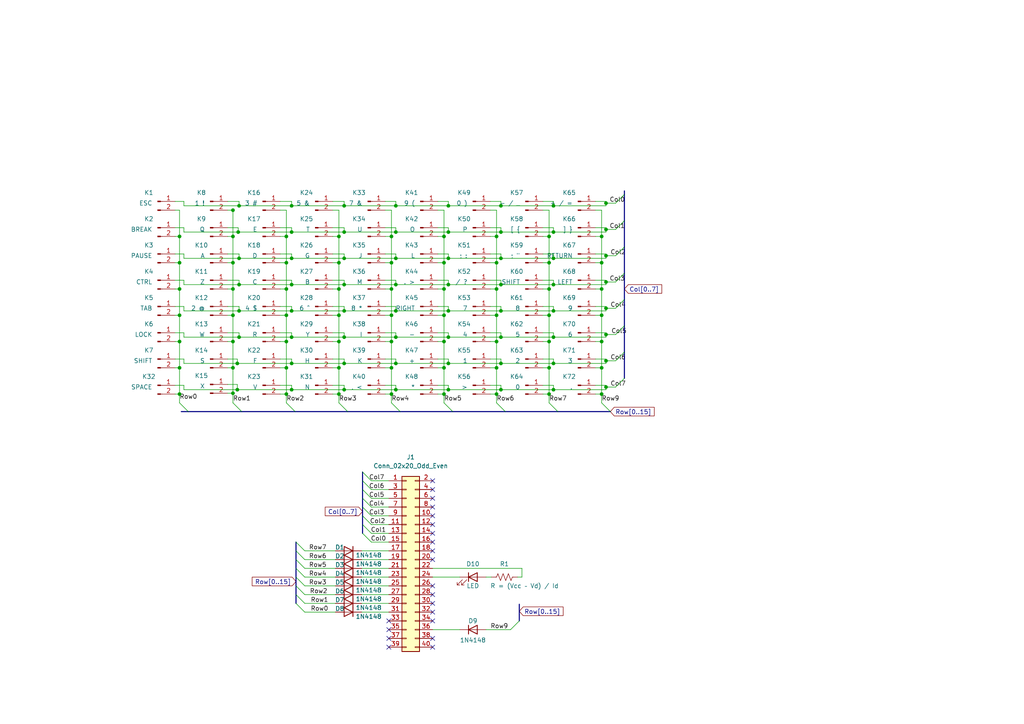
<source format=kicad_sch>
(kicad_sch (version 20230121) (generator eeschema)
  (paper "A4")
  (junction (at 174.498 106.68))
  (junction (at 144.018 91.44))
  (junction (at 175.768 104.648))
  (junction (at 175.768 58.928))
  (junction (at 113.538 114.3))
  (junction (at 67.564 91.44))
  (junction (at 130.048 90.17))
  (junction (at 144.018 68.58))
  (junction (at 160.528 97.79))
  (junction (at 145.288 59.69))
  (junction (at 68.834 113.03))
  (junction (at 84.582 74.93))
  (junction (at 128.778 83.82))
  (junction (at 69.088 67.31))
  (junction (at 113.538 76.2))
  (junction (at 113.538 68.58))
  (junction (at 160.528 67.31))
  (junction (at 130.048 67.31))
  (junction (at 114.808 67.31))
  (junction (at 175.768 66.548))
  (junction (at 67.564 99.06))
  (junction (at 98.298 99.06))
  (junction (at 144.018 83.82))
  (junction (at 159.258 106.68))
  (junction (at 114.808 59.69))
  (junction (at 174.498 76.2))
  (junction (at 98.298 83.82))
  (junction (at 84.582 113.03))
  (junction (at 98.298 76.2))
  (junction (at 114.808 97.79))
  (junction (at 160.528 82.55))
  (junction (at 175.768 81.788))
  (junction (at 98.298 68.58))
  (junction (at 130.048 74.93))
  (junction (at 145.288 74.93))
  (junction (at 52.07 68.58))
  (junction (at 69.342 97.79))
  (junction (at 174.498 91.44))
  (junction (at 174.498 99.06))
  (junction (at 145.288 67.31))
  (junction (at 98.298 91.44))
  (junction (at 159.258 114.3))
  (junction (at 84.582 97.79))
  (junction (at 69.342 74.93))
  (junction (at 159.258 91.44))
  (junction (at 99.822 97.79))
  (junction (at 145.288 105.41))
  (junction (at 67.564 76.2))
  (junction (at 99.822 67.31))
  (junction (at 113.538 91.44))
  (junction (at 159.258 99.06))
  (junction (at 84.582 105.41))
  (junction (at 52.07 106.68))
  (junction (at 145.288 97.79))
  (junction (at 99.822 90.17))
  (junction (at 83.058 76.2))
  (junction (at 159.258 83.82))
  (junction (at 84.582 82.55))
  (junction (at 130.048 82.55))
  (junction (at 144.018 106.68))
  (junction (at 67.564 60.96))
  (junction (at 128.778 91.44))
  (junction (at 99.822 82.55))
  (junction (at 68.834 105.41))
  (junction (at 175.768 74.168))
  (junction (at 113.538 99.06))
  (junction (at 114.808 113.03))
  (junction (at 160.528 59.69))
  (junction (at 145.288 82.55))
  (junction (at 83.058 83.82))
  (junction (at 130.048 59.69))
  (junction (at 145.288 113.03))
  (junction (at 83.058 68.58))
  (junction (at 130.048 105.41))
  (junction (at 67.564 83.82))
  (junction (at 175.768 97.028))
  (junction (at 160.528 113.03))
  (junction (at 144.018 114.3))
  (junction (at 114.808 105.41))
  (junction (at 159.258 76.2))
  (junction (at 52.07 83.82))
  (junction (at 114.808 74.93))
  (junction (at 160.528 90.17))
  (junction (at 128.778 106.68))
  (junction (at 69.342 90.17))
  (junction (at 99.822 105.41))
  (junction (at 160.528 74.93))
  (junction (at 114.808 82.55))
  (junction (at 98.298 114.3))
  (junction (at 144.018 99.06))
  (junction (at 175.768 112.268))
  (junction (at 174.498 114.3))
  (junction (at 69.342 82.55))
  (junction (at 83.058 91.44))
  (junction (at 52.07 99.06))
  (junction (at 130.048 97.79))
  (junction (at 98.298 106.68))
  (junction (at 84.582 67.31))
  (junction (at 83.058 99.06))
  (junction (at 67.564 114.046))
  (junction (at 99.822 113.03))
  (junction (at 99.822 74.93))
  (junction (at 128.778 114.3))
  (junction (at 84.582 90.17))
  (junction (at 52.07 91.44))
  (junction (at 113.538 83.82))
  (junction (at 145.288 90.17))
  (junction (at 52.07 76.2))
  (junction (at 174.498 68.58))
  (junction (at 83.058 114.3))
  (junction (at 174.498 83.82))
  (junction (at 128.778 76.2))
  (junction (at 69.342 59.69))
  (junction (at 84.582 59.69))
  (junction (at 52.07 114.3))
  (junction (at 128.778 99.06))
  (junction (at 99.822 59.69))
  (junction (at 83.058 106.68))
  (junction (at 160.528 105.41))
  (junction (at 67.564 68.58))
  (junction (at 113.538 106.68))
  (junction (at 144.018 76.2))
  (junction (at 159.258 68.58))
  (junction (at 128.778 68.58))
  (junction (at 130.048 113.03))
  (junction (at 175.768 89.408))
  (junction (at 67.564 106.68))
  (junction (at 114.808 90.17))
  (no_connect (at 125.476 157.226))
  (no_connect (at 125.476 152.146))
  (no_connect (at 125.476 139.446))
  (no_connect (at 125.476 177.546))
  (no_connect (at 125.476 144.526))
  (no_connect (at 125.476 187.706))
  (no_connect (at 125.476 154.686))
  (no_connect (at 112.776 180.086))
  (no_connect (at 125.476 169.926))
  (no_connect (at 125.476 185.166))
  (no_connect (at 125.476 180.086))
  (no_connect (at 125.476 162.306))
  (no_connect (at 125.476 175.006))
  (no_connect (at 112.776 185.166))
  (no_connect (at 125.476 141.986))
  (no_connect (at 125.476 149.606))
  (no_connect (at 125.476 159.766))
  (no_connect (at 125.476 147.066))
  (no_connect (at 112.776 187.706))
  (no_connect (at 125.476 172.466))
  (no_connect (at 112.776 182.626))
  (bus_entry (at 178.562 81.788) (size 2.54 -2.54))
  (bus_entry (at 105.156 136.906) (size 2.54 2.54))
  (bus_entry (at 83.058 116.84) (size 2.54 2.54))
  (bus_entry (at 85.852 175.006) (size 2.54 2.54))
  (bus_entry (at 85.852 162.306) (size 2.54 2.54))
  (bus_entry (at 85.852 172.466) (size 2.54 2.54))
  (bus_entry (at 178.562 104.648) (size 2.54 -2.54))
  (bus_entry (at 178.562 74.168) (size 2.54 -2.54))
  (bus_entry (at 113.538 116.84) (size 2.54 2.54))
  (bus_entry (at 85.852 167.386) (size 2.54 2.54))
  (bus_entry (at 105.156 139.446) (size 2.54 2.54))
  (bus_entry (at 67.564 116.84) (size 2.54 2.54))
  (bus_entry (at 159.258 116.84) (size 2.54 2.54))
  (bus_entry (at 174.498 116.84) (size 2.54 2.54))
  (bus_entry (at 105.156 154.686) (size 2.54 2.54))
  (bus_entry (at 105.156 152.146) (size 2.54 2.54))
  (bus_entry (at 178.562 89.408) (size 2.54 -2.54))
  (bus_entry (at 85.852 169.926) (size 2.54 2.54))
  (bus_entry (at 144.018 116.84) (size 2.54 2.54))
  (bus_entry (at 98.298 116.84) (size 2.54 2.54))
  (bus_entry (at 52.07 116.84) (size 2.54 2.54))
  (bus_entry (at 105.156 141.986) (size 2.54 2.54))
  (bus_entry (at 178.562 112.268) (size 2.54 -2.54))
  (bus_entry (at 85.852 157.226) (size 2.54 2.54))
  (bus_entry (at 85.852 159.766) (size 2.54 2.54))
  (bus_entry (at 178.562 66.548) (size 2.54 -2.54))
  (bus_entry (at 178.562 97.028) (size 2.54 -2.54))
  (bus_entry (at 128.778 116.84) (size 2.54 2.54))
  (bus_entry (at 105.156 147.066) (size 2.54 2.54))
  (bus_entry (at 150.622 180.086) (size -2.54 2.54))
  (bus_entry (at 105.156 149.606) (size 2.54 2.54))
  (bus_entry (at 178.562 58.928) (size 2.54 -2.54))
  (bus_entry (at 105.156 144.526) (size 2.54 2.54))
  (bus_entry (at 85.852 164.846) (size 2.54 2.54))
  (wire (pts (xy 113.538 114.3) (xy 113.538 116.84)))
  (wire (pts (xy 69.342 97.79) (xy 84.582 97.79)))
  (wire (pts (xy 99.822 97.79) (xy 99.822 96.52)))
  (wire (pts (xy 114.808 113.03) (xy 130.048 113.03)))
  (wire (pts (xy 114.808 104.14) (xy 111.76 104.14)))
  (wire (pts (xy 128.778 91.44) (xy 128.778 99.06)))
  (wire (pts (xy 145.288 59.69) (xy 145.288 58.42)))
  (wire (pts (xy 84.582 82.55) (xy 84.582 81.28)))
  (wire (pts (xy 84.582 58.42) (xy 81.28 58.42)))
  (wire (pts (xy 159.258 91.44) (xy 159.258 99.06)))
  (wire (pts (xy 160.528 73.66) (xy 157.48 73.66)))
  (bus (pts (xy 181.102 86.868) (xy 181.102 94.488)))
  (wire (pts (xy 98.298 91.44) (xy 98.298 99.06)))
  (wire (pts (xy 107.696 157.226) (xy 112.776 157.226)))
  (wire (pts (xy 114.808 90.17) (xy 130.048 90.17)))
  (wire (pts (xy 84.582 105.41) (xy 84.582 104.14)))
  (wire (pts (xy 53.34 82.55) (xy 69.342 82.55)))
  (wire (pts (xy 145.288 82.55) (xy 145.288 81.28)))
  (wire (pts (xy 107.696 149.606) (xy 112.776 149.606)))
  (wire (pts (xy 88.392 169.926) (xy 97.282 169.926)))
  (wire (pts (xy 83.058 76.2) (xy 83.058 83.82)))
  (wire (pts (xy 160.528 113.03) (xy 175.768 113.03)))
  (bus (pts (xy 181.102 79.248) (xy 181.102 86.868)))
  (wire (pts (xy 53.34 66.04) (xy 53.34 67.31)))
  (wire (pts (xy 83.058 106.68) (xy 81.28 106.68)))
  (wire (pts (xy 175.768 58.42) (xy 172.72 58.42)))
  (wire (pts (xy 125.476 164.846) (xy 151.384 164.846)))
  (wire (pts (xy 52.07 83.82) (xy 52.07 91.44)))
  (wire (pts (xy 128.778 83.82) (xy 128.778 91.44)))
  (wire (pts (xy 175.768 112.268) (xy 178.562 112.268)))
  (wire (pts (xy 130.048 97.79) (xy 130.048 96.52)))
  (wire (pts (xy 53.34 67.31) (xy 69.088 67.31)))
  (wire (pts (xy 99.822 111.76) (xy 96.52 111.76)))
  (wire (pts (xy 69.342 74.93) (xy 84.582 74.93)))
  (wire (pts (xy 84.582 67.31) (xy 84.582 66.04)))
  (wire (pts (xy 114.808 88.9) (xy 111.76 88.9)))
  (wire (pts (xy 113.538 106.68) (xy 113.538 114.3)))
  (wire (pts (xy 114.808 66.04) (xy 111.76 66.04)))
  (wire (pts (xy 160.528 67.31) (xy 160.528 66.04)))
  (wire (pts (xy 114.808 74.93) (xy 130.048 74.93)))
  (wire (pts (xy 50.8 58.42) (xy 53.34 58.42)))
  (wire (pts (xy 67.564 91.44) (xy 66.04 91.44)))
  (wire (pts (xy 50.8 73.66) (xy 53.34 73.66)))
  (wire (pts (xy 69.342 59.69) (xy 84.582 59.69)))
  (wire (pts (xy 159.258 60.96) (xy 159.258 68.58)))
  (wire (pts (xy 66.04 60.96) (xy 67.564 60.96)))
  (wire (pts (xy 50.8 88.9) (xy 53.34 88.9)))
  (wire (pts (xy 66.04 73.66) (xy 69.342 73.66)))
  (wire (pts (xy 99.822 74.93) (xy 114.808 74.93)))
  (wire (pts (xy 175.768 66.548) (xy 175.768 66.04)))
  (wire (pts (xy 130.048 73.66) (xy 127 73.66)))
  (wire (pts (xy 98.298 83.82) (xy 98.298 91.44)))
  (wire (pts (xy 68.834 105.41) (xy 68.834 104.14)))
  (wire (pts (xy 174.498 83.82) (xy 172.72 83.82)))
  (wire (pts (xy 127 60.96) (xy 128.778 60.96)))
  (wire (pts (xy 145.288 90.17) (xy 160.528 90.17)))
  (wire (pts (xy 130.048 67.31) (xy 130.048 66.04)))
  (wire (pts (xy 104.902 164.846) (xy 112.776 164.846)))
  (wire (pts (xy 113.538 83.82) (xy 113.538 91.44)))
  (wire (pts (xy 160.528 67.31) (xy 175.768 67.31)))
  (bus (pts (xy 70.104 119.38) (xy 85.598 119.38)))
  (wire (pts (xy 160.528 105.41) (xy 160.528 104.14)))
  (wire (pts (xy 67.564 106.68) (xy 67.564 114.046)))
  (wire (pts (xy 84.582 111.76) (xy 81.28 111.76)))
  (wire (pts (xy 130.048 74.93) (xy 130.048 73.66)))
  (wire (pts (xy 52.07 106.68) (xy 52.07 114.3)))
  (wire (pts (xy 144.018 76.2) (xy 144.018 83.82)))
  (wire (pts (xy 53.34 73.66) (xy 53.34 74.93)))
  (wire (pts (xy 125.476 167.386) (xy 133.35 167.386)))
  (wire (pts (xy 145.288 82.55) (xy 160.528 82.55)))
  (wire (pts (xy 130.048 81.28) (xy 127 81.28)))
  (wire (pts (xy 160.528 90.17) (xy 175.768 90.17)))
  (wire (pts (xy 157.48 60.96) (xy 159.258 60.96)))
  (bus (pts (xy 52.578 119.38) (xy 54.61 119.38)))
  (bus (pts (xy 181.102 94.488) (xy 181.102 102.108)))
  (wire (pts (xy 52.07 76.2) (xy 50.8 76.2)))
  (wire (pts (xy 83.058 68.58) (xy 83.058 76.2)))
  (wire (pts (xy 114.808 67.31) (xy 114.808 66.04)))
  (wire (pts (xy 151.384 164.846) (xy 151.384 167.386)))
  (bus (pts (xy 131.318 119.38) (xy 146.558 119.38)))
  (wire (pts (xy 53.34 90.17) (xy 69.342 90.17)))
  (wire (pts (xy 99.822 113.03) (xy 99.822 111.76)))
  (wire (pts (xy 84.582 67.31) (xy 99.822 67.31)))
  (wire (pts (xy 84.582 59.69) (xy 99.822 59.69)))
  (wire (pts (xy 175.768 112.268) (xy 175.768 111.76)))
  (wire (pts (xy 113.538 60.96) (xy 113.538 68.58)))
  (wire (pts (xy 98.298 99.06) (xy 96.52 99.06)))
  (wire (pts (xy 99.822 88.9) (xy 96.52 88.9)))
  (wire (pts (xy 50.8 104.14) (xy 53.34 104.14)))
  (wire (pts (xy 99.822 97.79) (xy 114.808 97.79)))
  (wire (pts (xy 83.058 68.58) (xy 81.28 68.58)))
  (wire (pts (xy 69.342 74.93) (xy 69.342 73.66)))
  (wire (pts (xy 145.288 96.52) (xy 142.24 96.52)))
  (wire (pts (xy 175.768 74.93) (xy 175.768 74.168)))
  (wire (pts (xy 114.808 111.76) (xy 111.76 111.76)))
  (wire (pts (xy 175.768 82.55) (xy 175.768 81.788)))
  (wire (pts (xy 144.018 106.68) (xy 142.24 106.68)))
  (wire (pts (xy 104.902 175.006) (xy 112.776 175.006)))
  (wire (pts (xy 130.048 105.41) (xy 145.288 105.41)))
  (wire (pts (xy 50.8 96.52) (xy 53.34 96.52)))
  (bus (pts (xy 100.838 119.38) (xy 116.078 119.38)))
  (wire (pts (xy 113.538 114.3) (xy 111.76 114.3)))
  (wire (pts (xy 52.07 68.58) (xy 52.07 76.2)))
  (wire (pts (xy 114.808 58.42) (xy 111.76 58.42)))
  (wire (pts (xy 107.696 144.526) (xy 112.776 144.526)))
  (wire (pts (xy 52.07 99.06) (xy 50.8 99.06)))
  (wire (pts (xy 83.058 91.44) (xy 81.28 91.44)))
  (wire (pts (xy 130.048 82.55) (xy 130.048 81.28)))
  (wire (pts (xy 175.768 74.168) (xy 178.562 74.168)))
  (bus (pts (xy 54.61 119.38) (xy 70.104 119.38)))
  (wire (pts (xy 159.258 99.06) (xy 157.48 99.06)))
  (wire (pts (xy 66.04 111.506) (xy 68.834 111.506)))
  (wire (pts (xy 98.298 60.96) (xy 98.298 68.58)))
  (wire (pts (xy 113.538 99.06) (xy 113.538 106.68)))
  (wire (pts (xy 175.768 104.648) (xy 175.768 104.14)))
  (wire (pts (xy 84.582 105.41) (xy 99.822 105.41)))
  (wire (pts (xy 88.392 177.546) (xy 97.282 177.546)))
  (wire (pts (xy 128.778 76.2) (xy 128.778 83.82)))
  (wire (pts (xy 130.048 104.14) (xy 127 104.14)))
  (bus (pts (xy 150.622 175.26) (xy 150.622 180.086)))
  (wire (pts (xy 114.808 74.93) (xy 114.808 73.66)))
  (wire (pts (xy 144.018 99.06) (xy 144.018 106.68)))
  (wire (pts (xy 145.288 81.28) (xy 142.24 81.28)))
  (wire (pts (xy 174.498 68.58) (xy 172.72 68.58)))
  (wire (pts (xy 175.768 81.788) (xy 175.768 81.28)))
  (wire (pts (xy 69.342 90.17) (xy 69.342 88.9)))
  (wire (pts (xy 160.528 88.9) (xy 157.48 88.9)))
  (wire (pts (xy 50.8 111.76) (xy 53.34 111.76)))
  (wire (pts (xy 113.538 76.2) (xy 113.538 83.82)))
  (wire (pts (xy 160.528 111.76) (xy 157.48 111.76)))
  (wire (pts (xy 84.582 104.14) (xy 81.28 104.14)))
  (wire (pts (xy 145.288 67.31) (xy 160.528 67.31)))
  (wire (pts (xy 69.088 67.31) (xy 84.582 67.31)))
  (wire (pts (xy 84.582 97.79) (xy 84.582 96.52)))
  (wire (pts (xy 67.564 91.44) (xy 67.564 99.06)))
  (wire (pts (xy 113.538 106.68) (xy 111.76 106.68)))
  (wire (pts (xy 145.288 59.69) (xy 160.528 59.69)))
  (wire (pts (xy 84.582 59.69) (xy 84.582 58.42)))
  (wire (pts (xy 114.808 96.52) (xy 111.76 96.52)))
  (wire (pts (xy 96.52 60.96) (xy 98.298 60.96)))
  (wire (pts (xy 66.04 96.52) (xy 69.342 96.52)))
  (wire (pts (xy 130.048 59.69) (xy 145.288 59.69)))
  (wire (pts (xy 88.392 164.846) (xy 97.282 164.846)))
  (wire (pts (xy 114.808 97.79) (xy 130.048 97.79)))
  (wire (pts (xy 175.768 97.79) (xy 175.768 97.028)))
  (wire (pts (xy 99.822 90.17) (xy 99.822 88.9)))
  (bus (pts (xy 85.598 119.38) (xy 100.838 119.38)))
  (wire (pts (xy 114.808 105.41) (xy 130.048 105.41)))
  (wire (pts (xy 66.04 66.04) (xy 69.088 66.04)))
  (wire (pts (xy 52.07 60.96) (xy 52.07 68.58)))
  (wire (pts (xy 104.902 169.926) (xy 112.776 169.926)))
  (bus (pts (xy 105.156 147.066) (xy 105.156 149.606)))
  (wire (pts (xy 111.76 60.96) (xy 113.538 60.96)))
  (wire (pts (xy 174.498 83.82) (xy 174.498 91.44)))
  (wire (pts (xy 67.564 60.96) (xy 67.818 60.96)))
  (bus (pts (xy 181.102 64.008) (xy 181.102 71.628)))
  (wire (pts (xy 160.528 113.03) (xy 160.528 111.76)))
  (bus (pts (xy 105.156 139.446) (xy 105.156 141.986)))
  (wire (pts (xy 83.058 106.68) (xy 83.058 114.3)))
  (wire (pts (xy 175.768 73.66) (xy 172.72 73.66)))
  (wire (pts (xy 144.018 114.3) (xy 142.24 114.3)))
  (wire (pts (xy 130.048 113.03) (xy 130.048 111.76)))
  (wire (pts (xy 67.564 83.82) (xy 67.564 91.44)))
  (wire (pts (xy 67.564 99.06) (xy 67.564 106.68)))
  (wire (pts (xy 99.822 66.04) (xy 96.52 66.04)))
  (wire (pts (xy 175.768 66.04) (xy 172.72 66.04)))
  (wire (pts (xy 160.528 90.17) (xy 160.528 88.9)))
  (wire (pts (xy 175.768 88.9) (xy 172.72 88.9)))
  (wire (pts (xy 66.04 58.42) (xy 69.342 58.42)))
  (wire (pts (xy 53.34 97.79) (xy 69.342 97.79)))
  (wire (pts (xy 66.04 104.14) (xy 68.834 104.14)))
  (wire (pts (xy 144.018 99.06) (xy 142.24 99.06)))
  (wire (pts (xy 130.048 82.55) (xy 145.288 82.55)))
  (wire (pts (xy 159.258 114.3) (xy 159.258 116.84)))
  (wire (pts (xy 175.768 90.17) (xy 175.768 89.408)))
  (wire (pts (xy 53.34 105.41) (xy 68.834 105.41)))
  (wire (pts (xy 130.048 59.69) (xy 130.048 58.42)))
  (wire (pts (xy 99.822 59.69) (xy 114.808 59.69)))
  (wire (pts (xy 160.528 97.79) (xy 160.528 96.52)))
  (wire (pts (xy 98.298 76.2) (xy 96.52 76.2)))
  (wire (pts (xy 159.258 114.3) (xy 157.48 114.3)))
  (wire (pts (xy 144.018 114.3) (xy 144.018 116.84)))
  (wire (pts (xy 128.778 99.06) (xy 128.778 106.68)))
  (wire (pts (xy 98.298 106.68) (xy 98.298 114.3)))
  (wire (pts (xy 174.498 68.58) (xy 174.498 76.2)))
  (wire (pts (xy 98.298 114.3) (xy 98.298 116.84)))
  (wire (pts (xy 67.564 99.06) (xy 66.04 99.06)))
  (wire (pts (xy 84.582 97.79) (xy 99.822 97.79)))
  (wire (pts (xy 128.778 68.58) (xy 127 68.58)))
  (wire (pts (xy 159.258 106.68) (xy 157.48 106.68)))
  (wire (pts (xy 114.808 97.79) (xy 114.808 96.52)))
  (wire (pts (xy 114.808 81.28) (xy 111.76 81.28)))
  (wire (pts (xy 128.778 60.96) (xy 128.778 68.58)))
  (wire (pts (xy 140.97 167.386) (xy 142.494 167.386)))
  (wire (pts (xy 88.392 172.466) (xy 97.282 172.466)))
  (wire (pts (xy 83.058 99.06) (xy 81.28 99.06)))
  (wire (pts (xy 113.538 68.58) (xy 111.76 68.58)))
  (wire (pts (xy 114.808 59.69) (xy 114.808 58.42)))
  (wire (pts (xy 99.822 105.41) (xy 114.808 105.41)))
  (wire (pts (xy 67.564 76.2) (xy 66.04 76.2)))
  (wire (pts (xy 145.288 113.03) (xy 160.528 113.03)))
  (wire (pts (xy 83.058 91.44) (xy 83.058 99.06)))
  (wire (pts (xy 159.258 99.06) (xy 159.258 106.68)))
  (wire (pts (xy 99.822 73.66) (xy 96.52 73.66)))
  (wire (pts (xy 145.288 113.03) (xy 145.288 111.76)))
  (wire (pts (xy 107.696 147.066) (xy 112.776 147.066)))
  (bus (pts (xy 181.102 71.628) (xy 181.102 79.248)))
  (wire (pts (xy 174.498 99.06) (xy 172.72 99.06)))
  (wire (pts (xy 128.778 68.58) (xy 128.778 76.2)))
  (wire (pts (xy 145.288 74.93) (xy 145.288 73.66)))
  (wire (pts (xy 145.288 97.79) (xy 160.528 97.79)))
  (wire (pts (xy 159.258 83.82) (xy 157.48 83.82)))
  (wire (pts (xy 128.778 76.2) (xy 127 76.2)))
  (wire (pts (xy 84.582 113.03) (xy 99.822 113.03)))
  (wire (pts (xy 151.384 167.386) (xy 150.114 167.386)))
  (wire (pts (xy 133.35 182.626) (xy 125.476 182.626)))
  (wire (pts (xy 160.528 74.93) (xy 160.528 73.66)))
  (bus (pts (xy 105.156 149.606) (xy 105.156 152.146)))
  (wire (pts (xy 142.24 60.96) (xy 144.018 60.96)))
  (wire (pts (xy 114.808 67.31) (xy 130.048 67.31)))
  (wire (pts (xy 130.048 111.76) (xy 127 111.76)))
  (wire (pts (xy 130.048 90.17) (xy 130.048 88.9)))
  (wire (pts (xy 98.298 68.58) (xy 96.52 68.58)))
  (wire (pts (xy 160.528 58.42) (xy 157.48 58.42)))
  (wire (pts (xy 175.768 81.28) (xy 172.72 81.28)))
  (wire (pts (xy 145.288 58.42) (xy 142.24 58.42)))
  (wire (pts (xy 175.768 58.928) (xy 175.768 58.42)))
  (wire (pts (xy 144.018 83.82) (xy 144.018 91.44)))
  (wire (pts (xy 53.34 104.14) (xy 53.34 105.41)))
  (wire (pts (xy 160.528 82.55) (xy 175.768 82.55)))
  (wire (pts (xy 99.822 82.55) (xy 99.822 81.28)))
  (wire (pts (xy 99.822 67.31) (xy 99.822 66.04)))
  (wire (pts (xy 67.564 106.68) (xy 66.04 106.68)))
  (wire (pts (xy 159.258 68.58) (xy 159.258 76.2)))
  (wire (pts (xy 130.048 96.52) (xy 127 96.52)))
  (wire (pts (xy 159.258 76.2) (xy 159.258 83.82)))
  (bus (pts (xy 85.852 169.926) (xy 85.852 172.466)))
  (wire (pts (xy 99.822 82.55) (xy 114.808 82.55)))
  (wire (pts (xy 130.048 66.04) (xy 127 66.04)))
  (wire (pts (xy 67.818 68.58) (xy 67.564 68.58)))
  (wire (pts (xy 52.07 76.2) (xy 52.07 83.82)))
  (bus (pts (xy 105.156 141.986) (xy 105.156 144.526)))
  (wire (pts (xy 175.768 89.408) (xy 175.768 88.9)))
  (wire (pts (xy 130.048 105.41) (xy 130.048 104.14)))
  (wire (pts (xy 113.538 76.2) (xy 111.76 76.2)))
  (wire (pts (xy 114.808 105.41) (xy 114.808 104.14)))
  (wire (pts (xy 81.28 60.96) (xy 83.058 60.96)))
  (wire (pts (xy 99.822 59.69) (xy 99.822 58.42)))
  (bus (pts (xy 181.102 102.108) (xy 181.102 109.728)))
  (wire (pts (xy 67.564 114.046) (xy 67.564 116.84)))
  (wire (pts (xy 104.902 162.306) (xy 112.776 162.306)))
  (wire (pts (xy 145.288 74.93) (xy 160.528 74.93)))
  (wire (pts (xy 175.768 59.69) (xy 175.768 58.928)))
  (wire (pts (xy 145.288 90.17) (xy 145.288 88.9)))
  (wire (pts (xy 107.696 154.686) (xy 112.776 154.686)))
  (wire (pts (xy 98.298 76.2) (xy 98.298 83.82)))
  (wire (pts (xy 99.822 105.41) (xy 99.822 104.14)))
  (wire (pts (xy 67.564 68.58) (xy 67.564 76.2)))
  (wire (pts (xy 144.018 83.82) (xy 142.24 83.82)))
  (wire (pts (xy 84.582 88.9) (xy 81.28 88.9)))
  (wire (pts (xy 159.258 68.58) (xy 157.48 68.58)))
  (wire (pts (xy 113.538 68.58) (xy 113.538 76.2)))
  (wire (pts (xy 69.342 82.55) (xy 69.342 81.28)))
  (bus (pts (xy 85.852 162.306) (xy 85.852 164.846)))
  (wire (pts (xy 84.582 81.28) (xy 81.28 81.28)))
  (wire (pts (xy 128.778 106.68) (xy 128.778 114.3)))
  (wire (pts (xy 53.34 88.9) (xy 53.34 90.17)))
  (wire (pts (xy 107.696 139.446) (xy 112.776 139.446)))
  (wire (pts (xy 69.342 97.79) (xy 69.342 96.52)))
  (wire (pts (xy 84.582 66.04) (xy 81.28 66.04)))
  (wire (pts (xy 84.582 73.66) (xy 81.28 73.66)))
  (wire (pts (xy 67.564 114.046) (xy 66.04 114.046)))
  (wire (pts (xy 130.048 67.31) (xy 145.288 67.31)))
  (wire (pts (xy 144.018 60.96) (xy 144.018 68.58)))
  (wire (pts (xy 84.582 90.17) (xy 99.822 90.17)))
  (wire (pts (xy 52.07 106.68) (xy 50.8 106.68)))
  (wire (pts (xy 159.258 106.68) (xy 159.258 114.3)))
  (wire (pts (xy 99.822 96.52) (xy 96.52 96.52)))
  (wire (pts (xy 99.822 90.17) (xy 114.808 90.17)))
  (wire (pts (xy 99.822 67.31) (xy 114.808 67.31)))
  (wire (pts (xy 107.696 141.986) (xy 112.776 141.986)))
  (wire (pts (xy 175.768 67.31) (xy 175.768 66.548)))
  (bus (pts (xy 146.558 119.38) (xy 161.798 119.38)))
  (wire (pts (xy 98.298 68.58) (xy 98.298 76.2)))
  (wire (pts (xy 98.298 91.44) (xy 96.52 91.44)))
  (wire (pts (xy 83.058 76.2) (xy 81.28 76.2)))
  (wire (pts (xy 160.528 104.14) (xy 157.48 104.14)))
  (wire (pts (xy 114.808 113.03) (xy 114.808 111.76)))
  (wire (pts (xy 114.808 73.66) (xy 111.76 73.66)))
  (wire (pts (xy 69.342 82.55) (xy 84.582 82.55)))
  (wire (pts (xy 128.778 99.06) (xy 127 99.06)))
  (wire (pts (xy 104.902 159.766) (xy 112.776 159.766)))
  (wire (pts (xy 67.564 68.58) (xy 66.04 68.58)))
  (wire (pts (xy 175.768 81.788) (xy 178.562 81.788)))
  (wire (pts (xy 99.822 104.14) (xy 96.52 104.14)))
  (wire (pts (xy 98.298 114.3) (xy 96.52 114.3)))
  (wire (pts (xy 130.048 88.9) (xy 127 88.9)))
  (wire (pts (xy 144.018 106.68) (xy 144.018 114.3)))
  (wire (pts (xy 53.34 113.03) (xy 68.834 113.03)))
  (wire (pts (xy 98.298 83.82) (xy 96.52 83.82)))
  (wire (pts (xy 160.528 66.04) (xy 157.48 66.04)))
  (wire (pts (xy 104.902 177.546) (xy 112.776 177.546)))
  (bus (pts (xy 105.156 136.906) (xy 105.156 139.446)))
  (wire (pts (xy 52.07 83.82) (xy 50.8 83.82)))
  (wire (pts (xy 68.834 113.03) (xy 68.834 111.506)))
  (wire (pts (xy 174.498 114.3) (xy 174.498 116.84)))
  (wire (pts (xy 67.818 76.2) (xy 67.564 76.2)))
  (wire (pts (xy 145.288 105.41) (xy 160.528 105.41)))
  (wire (pts (xy 68.834 105.41) (xy 84.582 105.41)))
  (wire (pts (xy 53.34 111.76) (xy 53.34 113.03)))
  (wire (pts (xy 160.528 59.69) (xy 175.768 59.69)))
  (wire (pts (xy 145.288 105.41) (xy 145.288 104.14)))
  (wire (pts (xy 52.07 114.3) (xy 52.07 116.84)))
  (wire (pts (xy 130.048 90.17) (xy 145.288 90.17)))
  (wire (pts (xy 52.07 114.3) (xy 50.8 114.3)))
  (wire (pts (xy 66.04 83.82) (xy 67.564 83.82)))
  (wire (pts (xy 67.564 76.2) (xy 67.564 83.82)))
  (wire (pts (xy 113.538 83.82) (xy 111.76 83.82)))
  (wire (pts (xy 114.808 82.55) (xy 130.048 82.55)))
  (wire (pts (xy 174.498 99.06) (xy 174.498 106.68)))
  (bus (pts (xy 105.156 152.146) (xy 105.156 154.686)))
  (wire (pts (xy 160.528 74.93) (xy 175.768 74.93)))
  (wire (pts (xy 128.778 114.3) (xy 127 114.3)))
  (wire (pts (xy 84.582 96.52) (xy 81.28 96.52)))
  (wire (pts (xy 144.018 68.58) (xy 144.018 76.2)))
  (wire (pts (xy 144.018 91.44) (xy 144.018 99.06)))
  (wire (pts (xy 99.822 74.93) (xy 99.822 73.66)))
  (wire (pts (xy 144.018 91.44) (xy 142.24 91.44)))
  (wire (pts (xy 128.778 106.68) (xy 127 106.68)))
  (bus (pts (xy 85.852 172.466) (xy 85.852 175.006)))
  (wire (pts (xy 159.258 83.82) (xy 159.258 91.44)))
  (bus (pts (xy 85.852 164.846) (xy 85.852 167.386)))
  (wire (pts (xy 130.048 97.79) (xy 145.288 97.79)))
  (wire (pts (xy 52.07 99.06) (xy 52.07 106.68)))
  (wire (pts (xy 67.564 60.96) (xy 67.564 68.58)))
  (wire (pts (xy 107.696 152.146) (xy 112.776 152.146)))
  (wire (pts (xy 50.8 81.28) (xy 53.34 81.28)))
  (wire (pts (xy 83.058 114.3) (xy 83.058 116.84)))
  (wire (pts (xy 145.288 73.66) (xy 142.24 73.66)))
  (wire (pts (xy 52.07 91.44) (xy 52.07 99.06)))
  (wire (pts (xy 113.538 99.06) (xy 111.76 99.06)))
  (wire (pts (xy 84.582 74.93) (xy 99.822 74.93)))
  (wire (pts (xy 159.258 76.2) (xy 157.48 76.2)))
  (wire (pts (xy 174.498 106.68) (xy 172.72 106.68)))
  (wire (pts (xy 84.582 82.55) (xy 99.822 82.55)))
  (wire (pts (xy 53.34 58.42) (xy 53.34 59.69)))
  (wire (pts (xy 83.058 60.96) (xy 83.058 68.58)))
  (wire (pts (xy 174.498 76.2) (xy 174.498 83.82)))
  (wire (pts (xy 174.498 60.96) (xy 174.498 68.58)))
  (wire (pts (xy 145.288 97.79) (xy 145.288 96.52)))
  (wire (pts (xy 148.082 182.626) (xy 140.97 182.626)))
  (wire (pts (xy 66.04 88.9) (xy 69.342 88.9)))
  (wire (pts (xy 114.808 59.69) (xy 130.048 59.69)))
  (wire (pts (xy 145.288 104.14) (xy 142.24 104.14)))
  (wire (pts (xy 160.528 96.52) (xy 157.48 96.52)))
  (wire (pts (xy 145.288 67.31) (xy 145.288 66.04)))
  (wire (pts (xy 83.058 114.3) (xy 81.28 114.3)))
  (wire (pts (xy 144.018 68.58) (xy 142.24 68.58)))
  (wire (pts (xy 84.582 90.17) (xy 84.582 88.9)))
  (wire (pts (xy 69.088 66.04) (xy 69.088 67.31)))
  (wire (pts (xy 172.72 60.96) (xy 174.498 60.96)))
  (wire (pts (xy 175.768 104.648) (xy 178.562 104.648)))
  (wire (pts (xy 175.768 113.03) (xy 175.768 112.268)))
  (wire (pts (xy 99.822 81.28) (xy 96.52 81.28)))
  (wire (pts (xy 175.768 66.548) (xy 178.562 66.548)))
  (wire (pts (xy 175.768 97.028) (xy 175.768 96.52)))
  (wire (pts (xy 175.768 58.928) (xy 178.562 58.928)))
  (wire (pts (xy 144.018 76.2) (xy 142.24 76.2)))
  (wire (pts (xy 160.528 105.41) (xy 175.768 105.41)))
  (wire (pts (xy 50.8 66.04) (xy 53.34 66.04)))
  (wire (pts (xy 130.048 74.93) (xy 145.288 74.93)))
  (wire (pts (xy 145.288 111.76) (xy 142.24 111.76)))
  (bus (pts (xy 85.852 167.386) (xy 85.852 169.926)))
  (wire (pts (xy 114.808 90.17) (xy 114.808 88.9)))
  (wire (pts (xy 174.498 114.3) (xy 172.72 114.3)))
  (wire (pts (xy 88.392 159.766) (xy 97.282 159.766)))
  (wire (pts (xy 68.834 113.03) (xy 84.582 113.03)))
  (wire (pts (xy 69.342 90.17) (xy 84.582 90.17)))
  (wire (pts (xy 160.528 97.79) (xy 175.768 97.79)))
  (wire (pts (xy 175.768 96.52) (xy 172.72 96.52)))
  (bus (pts (xy 181.102 55.372) (xy 181.102 56.388)))
  (wire (pts (xy 84.582 113.03) (xy 84.582 111.76)))
  (bus (pts (xy 85.852 157.226) (xy 85.852 159.766)))
  (wire (pts (xy 128.778 114.3) (xy 128.778 116.84)))
  (wire (pts (xy 113.538 91.44) (xy 111.76 91.44)))
  (wire (pts (xy 174.498 91.44) (xy 174.498 99.06)))
  (wire (pts (xy 83.058 83.82) (xy 81.28 83.82)))
  (wire (pts (xy 53.34 81.28) (xy 53.34 82.55)))
  (wire (pts (xy 145.288 66.04) (xy 142.24 66.04)))
  (bus (pts (xy 161.798 119.38) (xy 177.038 119.38)))
  (wire (pts (xy 175.768 111.76) (xy 172.72 111.76)))
  (wire (pts (xy 83.058 99.06) (xy 83.058 106.68)))
  (wire (pts (xy 88.392 175.006) (xy 97.282 175.006)))
  (bus (pts (xy 181.102 56.388) (xy 181.102 64.008)))
  (wire (pts (xy 160.528 82.55) (xy 160.528 81.28)))
  (wire (pts (xy 113.538 91.44) (xy 113.538 99.06)))
  (wire (pts (xy 104.902 167.386) (xy 112.776 167.386)))
  (wire (pts (xy 175.768 89.408) (xy 178.562 89.408)))
  (wire (pts (xy 88.392 167.386) (xy 97.282 167.386)))
  (bus (pts (xy 116.078 119.38) (xy 131.318 119.38)))
  (wire (pts (xy 175.768 97.028) (xy 178.562 97.028)))
  (wire (pts (xy 53.34 96.52) (xy 53.34 97.79)))
  (wire (pts (xy 160.528 81.28) (xy 157.48 81.28)))
  (wire (pts (xy 174.498 91.44) (xy 172.72 91.44)))
  (bus (pts (xy 85.852 159.766) (xy 85.852 162.306)))
  (wire (pts (xy 175.768 74.168) (xy 175.768 73.66)))
  (wire (pts (xy 52.07 68.58) (xy 50.8 68.58)))
  (wire (pts (xy 88.392 162.306) (xy 97.282 162.306)))
  (wire (pts (xy 145.288 88.9) (xy 142.24 88.9)))
  (wire (pts (xy 98.298 99.06) (xy 98.298 106.68)))
  (wire (pts (xy 130.048 113.03) (xy 145.288 113.03)))
  (wire (pts (xy 53.34 74.93) (xy 69.342 74.93)))
  (wire (pts (xy 52.07 91.44) (xy 50.8 91.44)))
  (wire (pts (xy 114.808 82.55) (xy 114.808 81.28)))
  (wire (pts (xy 83.058 83.82) (xy 83.058 91.44)))
  (wire (pts (xy 84.582 74.93) (xy 84.582 73.66)))
  (wire (pts (xy 174.498 76.2) (xy 172.72 76.2)))
  (bus (pts (xy 105.156 144.526) (xy 105.156 147.066)))
  (wire (pts (xy 99.822 58.42) (xy 96.52 58.42)))
  (wire (pts (xy 69.342 59.69) (xy 69.342 58.42)))
  (wire (pts (xy 128.778 83.82) (xy 127 83.82)))
  (wire (pts (xy 130.048 58.42) (xy 127 58.42)))
  (wire (pts (xy 160.528 59.69) (xy 160.528 58.42)))
  (wire (pts (xy 175.768 104.14) (xy 172.72 104.14)))
  (wire (pts (xy 98.298 106.68) (xy 96.52 106.68)))
  (wire (pts (xy 53.34 59.69) (xy 69.342 59.69)))
  (wire (pts (xy 99.822 113.03) (xy 114.808 113.03)))
  (wire (pts (xy 159.258 91.44) (xy 157.48 91.44)))
  (wire (pts (xy 50.8 60.96) (xy 52.07 60.96)))
  (wire (pts (xy 104.902 172.466) (xy 112.776 172.466)))
  (wire (pts (xy 128.778 91.44) (xy 127 91.44)))
  (wire (pts (xy 174.498 106.68) (xy 174.498 114.3)))
  (wire (pts (xy 175.768 105.41) (xy 175.768 104.648)))
  (wire (pts (xy 66.04 81.28) (xy 69.342 81.28)))
  (label "Row0" (at 52.07 116.078 0))
  (label "Col4" (at 111.506 147.066 180))
  (label "Col6" (at 111.506 141.986 180))
  (label "Col6" (at 177.038 104.648 0))
  (label "Row2" (at 83.058 116.586 0))
  (label "Row5" (at 128.778 116.586 0))
  (label "Col7" (at 111.506 139.446 180))
  (label "Col1" (at 112.014 154.686 180))
  (label "Row6" (at 144.018 116.586 0))
  (label "Row1" (at 95.25 175.006 180))
  (label "Col0" (at 112.014 157.226 180))
  (label "Col2" (at 111.76 152.146 180))
  (label "Row7" (at 159.258 116.586 0))
  (label "Col0" (at 176.784 58.928 0))
  (label "Row2" (at 94.996 172.466 180))
  (label "Row9" (at 142.24 182.626 0))
  (label "Col7" (at 177.038 112.268 0))
  (label "Row4" (at 94.742 167.386 180))
  (label "Col2" (at 177.038 74.168 0))
  (label "Col5" (at 177.292 97.028 0))
  (label "Row9" (at 174.498 116.586 0))
  (label "Row4" (at 113.538 116.586 0))
  (label "Row0" (at 95.25 177.546 180))
  (label "Row5" (at 94.742 164.846 180))
  (label "Row6" (at 94.742 162.306 180))
  (label "Row1" (at 67.564 116.586 0))
  (label "Col3" (at 176.784 81.788 0))
  (label "Col3" (at 111.506 149.606 180))
  (label "Col5" (at 111.506 144.526 180))
  (label "Row7" (at 94.742 159.766 180))
  (label "Col4" (at 177.038 89.408 0))
  (label "Row3" (at 94.742 169.926 180))
  (label "Row3" (at 98.298 116.586 0))
  (label "Col1" (at 176.784 66.548 0))
  (global_label "Row[0..15]" (shape input) (at 150.622 177.292 0) (property "Intersheetrefs" "${INTERSHEET_REFS}" (effects hide)))
  (global_label "Col[0..7]" (shape input) (at 105.156 148.336 180) (property "Intersheetrefs" "${INTERSHEET_REFS}" (effects hide)))
  (global_label "Row[0..15]" (shape input) (at 85.852 168.656 180) (property "Intersheetrefs" "${INTERSHEET_REFS}" (effects hide)))
  (global_label "Col[0..7]" (shape input) (at 181.102 83.82 0) (property "Intersheetrefs" "${INTERSHEET_REFS}" (effects hide)))
  (global_label "Row[0..15]" (shape input) (at 177.038 119.38 0) (property "Intersheetrefs" "${INTERSHEET_REFS}" (effects hide)))
  (symbol (lib_id "Connector:Conn_01x02_Pin") (at 106.68 88.9 0) (unit 1)
    (property "Reference" "K37" (at 104.14 86.36 0))
    (property "Value" "8 *" (at 105.156 89.408 0) (effects (justify right)))
    (property "Footprint" "Button_Switch_Keyboard:SW_Cherry_MX_1.00u_Plate" (effects hide))
  )
  (symbol (lib_id "Connector:Conn_01x02_Pin") (at 91.44 96.52 0) (unit 1)
    (property "Reference" "K29" (at 88.9 93.98 0))
    (property "Value" "Y" (at 89.916 97.028 0) (effects (justify right)))
    (property "Footprint" "Button_Switch_Keyboard:SW_Cherry_MX_1.00u_Plate" (effects hide))
  )
  (symbol (lib_id "Connector:Conn_01x02_Pin") (at 152.4 111.76 0) (unit 1)
    (property "Reference" "K64" (at 149.86 109.22 0))
    (property "Value" "0" (at 150.876 112.268 0) (effects (justify right)))
    (property "Footprint" "Button_Switch_Keyboard:SW_Cherry_MX_1.00u_Plate" (effects hide))
  )
  (symbol (lib_id "Connector:Conn_01x02_Pin") (at 76.2 88.9 0) (unit 1)
    (property "Reference" "K20" (at 73.66 86.36 0))
    (property "Value" "4 $" (at 74.676 89.408 0) (effects (justify right)))
    (property "Footprint" "Button_Switch_Keyboard:SW_Cherry_MX_1.00u_Plate" (effects hide))
  )
  (symbol (lib_id "Connector:Conn_01x02_Pin") (at 76.2 73.66 0) (unit 1)
    (property "Reference" "K18" (at 73.66 71.12 0))
    (property "Value" "D" (at 74.676 74.168 0) (effects (justify right)))
    (property "Footprint" "Button_Switch_Keyboard:SW_Cherry_MX_1.00u_Plate" (effects hide))
  )
  (symbol (lib_id "Connector:Conn_01x02_Pin") (at 76.2 96.52 0) (unit 1)
    (property "Reference" "K21" (at 73.66 93.98 0))
    (property "Value" "R" (at 74.676 97.028 0) (effects (justify right)))
    (property "Footprint" "Button_Switch_Keyboard:SW_Cherry_MX_1.00u_Plate" (effects hide))
  )
  (symbol (lib_id "Connector:Conn_01x02_Pin") (at 106.68 81.28 0) (unit 1)
    (property "Reference" "K36" (at 104.14 78.74 0))
    (property "Value" "M" (at 105.156 81.788 0) (effects (justify right)))
    (property "Footprint" "Button_Switch_Keyboard:SW_Cherry_MX_1.00u_Plate" (effects hide))
  )
  (symbol (lib_id "Connector:Conn_01x02_Pin") (at 167.64 88.9 0) (unit 1)
    (property "Reference" "K69" (at 165.1 86.36 0))
    (property "Value" "9" (at 166.116 89.408 0) (effects (justify right)))
    (property "Footprint" "Button_Switch_Keyboard:SW_Cherry_MX_1.00u_Plate" (effects hide))
  )
  (symbol (lib_id "Connector_Generic:Conn_02x20_Odd_Even") (at 117.856 162.306 0) (unit 1)
    (property "Reference" "J1" (at 119.126 132.588 0))
    (property "Value" "Conn_02x20_Odd_Even" (at 119.126 135.128 0))
    (property "Footprint" "Connector_PinHeader_2.54mm:PinHeader_2x20_P2.54mm_Vertical" (effects hide))
  )
  (symbol (lib_id "Connector:Conn_01x02_Pin") (at 45.72 104.14 0) (unit 1)
    (property "Reference" "K7" (at 43.18 101.6 0))
    (property "Value" "SHIFT" (at 44.196 104.648 0) (effects (justify right)))
    (property "Footprint" "Button_Switch_Keyboard:SW_Cherry_MX_2.25u_Plate" (effects hide))
  )
  (symbol (lib_id "Connector:Conn_01x02_Pin") (at 152.4 88.9 0) (unit 1)
    (property "Reference" "K61" (at 149.86 86.36 0))
    (property "Value" "8" (at 150.876 89.408 0) (effects (justify right)))
    (property "Footprint" "Button_Switch_Keyboard:SW_Cherry_MX_1.00u_Plate" (effects hide))
  )
  (symbol (lib_id "Connector:Conn_01x02_Pin") (at 121.92 73.66 0) (unit 1)
    (property "Reference" "K43" (at 119.38 71.12 0))
    (property "Value" "L" (at 120.396 74.168 0) (effects (justify right)))
    (property "Footprint" "Button_Switch_Keyboard:SW_Cherry_MX_1.00u_Plate" (effects hide))
  )
  (symbol (lib_id "Connector:Conn_01x02_Pin") (at 137.16 111.76 0) (unit 1)
    (property "Reference" "K56" (at 134.62 109.22 0))
    (property "Value" ">" (at 135.636 112.268 0) (effects (justify right)))
    (property "Footprint" "Button_Switch_Keyboard:SW_Cherry_MX_1.00u_Plate" (effects hide))
  )
  (symbol (lib_id "Connector:Conn_01x02_Pin") (at 91.44 88.9 0) (unit 1)
    (property "Reference" "K28" (at 88.9 86.36 0))
    (property "Value" "6 ^" (at 89.916 89.408 0) (effects (justify right)))
    (property "Footprint" "Button_Switch_Keyboard:SW_Cherry_MX_1.00u_Plate" (effects hide))
  )
  (symbol (lib_id "Connector:Conn_01x02_Pin") (at 152.4 104.14 0) (unit 1)
    (property "Reference" "K63" (at 149.86 101.6 0))
    (property "Value" "2" (at 150.876 104.648 0) (effects (justify right)))
    (property "Footprint" "Button_Switch_Keyboard:SW_Cherry_MX_1.00u_Plate" (effects hide))
  )
  (symbol (lib_id "Connector:Conn_01x02_Pin") (at 167.64 111.76 0) (unit 1)
    (property "Reference" "K72" (at 165.1 109.22 0))
    (property "Value" "." (at 166.116 112.268 0) (effects (justify right)))
    (property "Footprint" "Button_Switch_Keyboard:SW_Cherry_MX_1.00u_Plate" (effects hide))
  )
  (symbol (lib_id "Connector:Conn_01x02_Pin") (at 91.44 104.14 0) (unit 1)
    (property "Reference" "K30" (at 88.9 101.6 0))
    (property "Value" "H" (at 89.916 104.648 0) (effects (justify right)))
    (property "Footprint" "Button_Switch_Keyboard:SW_Cherry_MX_1.00u_Plate" (effects hide))
  )
  (symbol (lib_id "Connector:Conn_01x02_Pin") (at 91.44 73.66 0) (unit 1)
    (property "Reference" "K26" (at 88.9 71.12 0))
    (property "Value" "G" (at 89.916 74.168 0) (effects (justify right)))
    (property "Footprint" "Button_Switch_Keyboard:SW_Cherry_MX_1.00u_Plate" (effects hide))
  )
  (symbol (lib_id "Device:R_US") (at 146.304 167.386 90) (unit 1)
    (property "Reference" "R1" (at 146.304 163.576 90))
    (property "Value" "R = (Vcc – Vd) / Id" (at 152.146 169.926 90))
    (property "Footprint" "Resistor_THT:R_Axial_DIN0207_L6.3mm_D2.5mm_P7.62mm_Horizontal" (effects hide))
  )
  (symbol (lib_id "Connector:Conn_01x02_Pin") (at 45.72 73.66 0) (unit 1)
    (property "Reference" "K3" (at 43.18 71.12 0))
    (property "Value" "PAUSE" (at 44.196 74.168 0) (effects (justify right)))
    (property "Footprint" "Button_Switch_Keyboard:SW_Cherry_MX_1.00u_Plate" (effects hide))
  )
  (symbol (lib_id "Diode:1N4148") (at 101.092 175.006 180) (unit 1)
    (property "Reference" "D7" (at 98.552 173.99 0))
    (property "Value" "1N4148" (at 106.934 176.276 0))
    (property "Footprint" "Diode_THT:D_DO-35_SOD27_P7.62mm_Horizontal" (effects hide))
    (property "Datasheet" "https://assets.nexperia.com/documents/data-sheet/1N4148_1N4448.pdf" (effects hide))
  )
  (symbol (lib_id "Connector:Conn_01x02_Pin") (at 121.92 88.9 0) (unit 1)
    (property "Reference" "K45" (at 119.38 86.36 0))
    (property "Value" "RIGHT" (at 120.396 89.408 0) (effects (justify right)))
    (property "Footprint" "Button_Switch_Keyboard:SW_Cherry_MX_1.00u_Plate" (effects hide))
  )
  (symbol (lib_id "Connector:Conn_01x02_Pin") (at 45.72 111.76 0) (unit 1)
    (property "Reference" "K32" (at 43.18 109.22 0))
    (property "Value" "SPACE" (at 44.196 112.268 0) (effects (justify right)))
    (property "Footprint" "Button_Switch_Keyboard:SW_Cherry_MX_6.25u_PCB" (effects hide))
  )
  (symbol (lib_id "Connector:Conn_01x02_Pin") (at 45.72 66.04 0) (unit 1)
    (property "Reference" "K2" (at 43.18 63.5 0))
    (property "Value" "BREAK" (at 44.196 66.548 0) (effects (justify right)))
    (property "Footprint" "Button_Switch_Keyboard:SW_Cherry_MX_1.00u_Plate" (effects hide))
  )
  (symbol (lib_id "Connector:Conn_01x02_Pin") (at 76.2 58.42 0) (unit 1)
    (property "Reference" "K16" (at 73.66 55.88 0))
    (property "Value" "3 #" (at 74.676 58.928 0) (effects (justify right)))
    (property "Footprint" "Button_Switch_Keyboard:SW_Cherry_MX_1.00u_Plate" (effects hide))
  )
  (symbol (lib_id "Connector:Conn_01x02_Pin") (at 167.64 104.14 0) (unit 1)
    (property "Reference" "K71" (at 165.1 101.6 0))
    (property "Value" "3" (at 166.116 104.648 0) (effects (justify right)))
    (property "Footprint" "Button_Switch_Keyboard:SW_Cherry_MX_1.00u_Plate" (effects hide))
  )
  (symbol (lib_id "Connector:Conn_01x02_Pin") (at 137.16 88.9 0) (unit 1)
    (property "Reference" "K53" (at 134.62 86.36 0))
    (property "Value" "7" (at 135.636 89.408 0) (effects (justify right)))
    (property "Footprint" "Button_Switch_Keyboard:SW_Cherry_MX_1.00u_Plate" (effects hide))
  )
  (symbol (lib_id "Connector:Conn_01x02_Pin") (at 106.68 111.76 0) (unit 1)
    (property "Reference" "K40" (at 104.14 109.22 0))
    (property "Value" ", <" (at 105.156 112.268 0) (effects (justify right)))
    (property "Footprint" "Button_Switch_Keyboard:SW_Cherry_MX_1.00u_Plate" (effects hide))
  )
  (symbol (lib_id "Connector:Conn_01x02_Pin") (at 167.64 81.28 0) (unit 1)
    (property "Reference" "K68" (at 165.1 78.74 0))
    (property "Value" "LEFT" (at 166.116 81.788 0) (effects (justify right)))
    (property "Footprint" "Button_Switch_Keyboard:SW_Cherry_MX_1.25u_Plate" (effects hide))
  )
  (symbol (lib_id "Connector:Conn_01x02_Pin") (at 106.68 66.04 0) (unit 1)
    (property "Reference" "K34" (at 104.14 63.5 0))
    (property "Value" "U" (at 105.156 66.548 0) (effects (justify right)))
    (property "Footprint" "Button_Switch_Keyboard:SW_Cherry_MX_1.00u_Plate" (effects hide))
  )
  (symbol (lib_id "Connector:Conn_01x02_Pin") (at 76.2 111.76 0) (unit 1)
    (property "Reference" "K23" (at 73.66 109.22 0))
    (property "Value" "V" (at 74.676 112.268 0) (effects (justify right)))
    (property "Footprint" "Button_Switch_Keyboard:SW_Cherry_MX_1.00u_Plate" (effects hide))
  )
  (symbol (lib_id "Connector:Conn_01x02_Pin") (at 167.64 58.42 0) (unit 1)
    (property "Reference" "K65" (at 165.1 55.88 0))
    (property "Value" "+ / =" (at 166.116 58.928 0) (effects (justify right)))
    (property "Footprint" "Button_Switch_Keyboard:SW_Cherry_MX_1.00u_Plate" (effects hide))
  )
  (symbol (lib_id "Connector:Conn_01x02_Pin") (at 60.96 111.506 0) (unit 1)
    (property "Reference" "K15" (at 58.42 108.966 0))
    (property "Value" "X" (at 59.436 112.014 0) (effects (justify right)))
    (property "Footprint" "Button_Switch_Keyboard:SW_Cherry_MX_1.00u_Plate" (effects hide))
  )
  (symbol (lib_id "Connector:Conn_01x02_Pin") (at 121.92 58.42 0) (unit 1)
    (property "Reference" "K41" (at 119.38 55.88 0))
    (property "Value" "9 (" (at 120.396 58.928 0) (effects (justify right)))
    (property "Footprint" "Button_Switch_Keyboard:SW_Cherry_MX_1.00u_Plate" (effects hide))
  )
  (symbol (lib_id "Connector:Conn_01x02_Pin") (at 152.4 81.28 0) (unit 1)
    (property "Reference" "K60" (at 149.86 78.74 0))
    (property "Value" "SHIFT" (at 150.876 81.788 0) (effects (justify right)))
    (property "Footprint" "Button_Switch_Keyboard:SW_Cherry_MX_2.00u_Plate" (effects hide))
  )
  (symbol (lib_id "Connector:Conn_01x02_Pin") (at 45.72 88.9 0) (unit 1)
    (property "Reference" "K5" (at 43.18 86.36 0))
    (property "Value" "TAB" (at 44.196 89.408 0) (effects (justify right)))
    (property "Footprint" "Button_Switch_Keyboard:SW_Cherry_MX_1.50u_Plate" (effects hide))
  )
  (symbol (lib_id "Diode:1N4148") (at 101.092 167.386 180) (unit 1)
    (property "Reference" "D4" (at 98.552 166.37 0))
    (property "Value" "1N4148" (at 106.934 168.656 0))
    (property "Footprint" "Diode_THT:D_DO-35_SOD27_P7.62mm_Horizontal" (effects hide))
    (property "Datasheet" "https://assets.nexperia.com/documents/data-sheet/1N4148_1N4448.pdf" (effects hide))
  )
  (symbol (lib_id "Connector:Conn_01x02_Pin") (at 121.92 66.04 0) (unit 1)
    (property "Reference" "K42" (at 119.38 63.5 0))
    (property "Value" "O" (at 120.396 66.548 0) (effects (justify right)))
    (property "Footprint" "Button_Switch_Keyboard:SW_Cherry_MX_1.00u_Plate" (effects hide))
  )
  (symbol (lib_id "Connector:Conn_01x02_Pin") (at 106.68 96.52 0) (unit 1)
    (property "Reference" "K38" (at 104.14 93.98 0))
    (property "Value" "I" (at 105.156 97.028 0) (effects (justify right)))
    (property "Footprint" "Button_Switch_Keyboard:SW_Cherry_MX_1.00u_Plate" (effects hide))
  )
  (symbol (lib_id "Connector:Conn_01x02_Pin") (at 106.68 58.42 0) (unit 1)
    (property "Reference" "K33" (at 104.14 55.88 0))
    (property "Value" "7 &" (at 105.156 58.928 0) (effects (justify right)))
    (property "Footprint" "Button_Switch_Keyboard:SW_Cherry_MX_1.00u_Plate" (effects hide))
  )
  (symbol (lib_id "Connector:Conn_01x02_Pin") (at 91.44 66.04 0) (unit 1)
    (property "Reference" "K25" (at 88.9 63.5 0))
    (property "Value" "T" (at 89.916 66.548 0) (effects (justify right)))
    (property "Footprint" "Button_Switch_Keyboard:SW_Cherry_MX_1.00u_Plate" (effects hide))
  )
  (symbol (lib_id "Connector:Conn_01x02_Pin") (at 60.96 73.66 0) (unit 1)
    (property "Reference" "K10" (at 58.42 71.12 0))
    (property "Value" "A" (at 59.436 74.168 0) (effects (justify right)))
    (property "Footprint" "Button_Switch_Keyboard:SW_Cherry_MX_1.00u_Plate" (effects hide))
  )
  (symbol (lib_id "Connector:Conn_01x02_Pin") (at 121.92 111.76 0) (unit 1)
    (property "Reference" "K48" (at 119.38 109.22 0))
    (property "Value" "*" (at 120.396 112.268 0) (effects (justify right)))
    (property "Footprint" "Button_Switch_Keyboard:SW_Cherry_MX_1.00u_Plate" (effects hide))
  )
  (symbol (lib_id "Connector:Conn_01x02_Pin") (at 167.64 73.66 0) (unit 1)
    (property "Reference" "K67" (at 165.1 71.12 0))
    (property "Value" "RETURN" (at 166.116 74.168 0) (effects (justify right)))
    (property "Footprint" "Button_Switch_Keyboard:SW_Cherry_MX_1.50u_Plate" (effects hide))
  )
  (symbol (lib_id "Connector:Conn_01x02_Pin") (at 137.16 73.66 0) (unit 1)
    (property "Reference" "K51" (at 134.62 71.12 0))
    (property "Value" "; :" (at 135.636 74.168 0) (effects (justify right)))
    (property "Footprint" "Button_Switch_Keyboard:SW_Cherry_MX_1.00u_Plate" (effects hide))
  )
  (symbol (lib_id "Connector:Conn_01x02_Pin") (at 45.72 58.42 0) (unit 1)
    (property "Reference" "K1" (at 43.18 55.88 0))
    (property "Value" "ESC" (at 44.196 58.928 0) (effects (justify right)))
    (property "Footprint" "Button_Switch_Keyboard:SW_Cherry_MX_1.00u_Plate" (effects hide))
  )
  (symbol (lib_id "Connector:Conn_01x02_Pin") (at 76.2 81.28 0) (unit 1)
    (property "Reference" "K19" (at 73.66 78.74 0))
    (property "Value" "C" (at 74.676 81.788 0) (effects (justify right)))
    (property "Footprint" "Button_Switch_Keyboard:SW_Cherry_MX_1.00u_Plate" (effects hide))
  )
  (symbol (lib_id "Connector:Conn_01x02_Pin") (at 167.64 96.52 0) (unit 1)
    (property "Reference" "K70" (at 165.1 93.98 0))
    (property "Value" "6" (at 166.116 97.028 0) (effects (justify right)))
    (property "Footprint" "Button_Switch_Keyboard:SW_Cherry_MX_1.00u_Plate" (effects hide))
  )
  (symbol (lib_id "Diode:1N4148") (at 101.092 162.306 180) (unit 1)
    (property "Reference" "D2" (at 98.552 161.29 0))
    (property "Value" "1N4148" (at 106.934 163.576 0))
    (property "Footprint" "Diode_THT:D_DO-35_SOD27_P7.62mm_Horizontal" (effects hide))
    (property "Datasheet" "https://assets.nexperia.com/documents/data-sheet/1N4148_1N4448.pdf" (effects hide))
  )
  (symbol (lib_id "Connector:Conn_01x02_Pin") (at 152.4 66.04 0) (unit 1)
    (property "Reference" "K58" (at 149.86 63.5 0))
    (property "Value" "[ {" (at 150.876 66.548 0) (effects (justify right)))
    (property "Footprint" "Button_Switch_Keyboard:SW_Cherry_MX_1.00u_Plate" (effects hide))
  )
  (symbol (lib_id "Connector:Conn_01x02_Pin") (at 76.2 104.14 0) (unit 1)
    (property "Reference" "K22" (at 73.66 101.6 0))
    (property "Value" "F" (at 74.676 104.648 0) (effects (justify right)))
    (property "Footprint" "Button_Switch_Keyboard:SW_Cherry_MX_1.00u_Plate" (effects hide))
  )
  (symbol (lib_id "Diode:1N4148") (at 101.092 169.926 180) (unit 1)
    (property "Reference" "D5" (at 98.552 168.91 0))
    (property "Value" "1N4148" (at 106.934 171.196 0))
    (property "Footprint" "Diode_THT:D_DO-35_SOD27_P7.62mm_Horizontal" (effects hide))
    (property "Datasheet" "https://assets.nexperia.com/documents/data-sheet/1N4148_1N4448.pdf" (effects hide))
  )
  (symbol (lib_id "Connector:Conn_01x02_Pin") (at 60.96 96.52 0) (unit 1)
    (property "Reference" "K13" (at 58.42 93.98 0))
    (property "Value" "W" (at 59.436 97.028 0) (effects (justify right)))
    (property "Footprint" "Button_Switch_Keyboard:SW_Cherry_MX_1.00u_Plate" (effects hide))
  )
  (symbol (lib_id "Diode:1N4148") (at 137.16 182.626 0) (mirror x) (unit 1)
    (property "Reference" "D9" (at 137.16 180.086 0))
    (property "Value" "1N4148" (at 137.16 185.674 0))
    (property "Footprint" "Diode_THT:D_DO-35_SOD27_P7.62mm_Horizontal" (effects hide))
    (property "Datasheet" "https://assets.nexperia.com/documents/data-sheet/1N4148_1N4448.pdf" (effects hide))
  )
  (symbol (lib_id "Connector:Conn_01x02_Pin") (at 152.4 96.52 0) (unit 1)
    (property "Reference" "K62" (at 149.86 93.98 0))
    (property "Value" "5" (at 150.876 97.028 0) (effects (justify right)))
    (property "Footprint" "Button_Switch_Keyboard:SW_Cherry_MX_1.00u_Plate" (effects hide))
  )
  (symbol (lib_id "Connector:Conn_01x02_Pin") (at 106.68 104.14 0) (unit 1)
    (property "Reference" "K39" (at 104.14 101.6 0))
    (property "Value" "K" (at 105.156 104.648 0) (effects (justify right)))
    (property "Footprint" "Button_Switch_Keyboard:SW_Cherry_MX_1.00u_Plate" (effects hide))
  )
  (symbol (lib_id "Connector:Conn_01x02_Pin") (at 137.16 66.04 0) (unit 1)
    (property "Reference" "K50" (at 134.62 63.5 0))
    (property "Value" "P" (at 135.636 66.548 0) (effects (justify right)))
    (property "Footprint" "Button_Switch_Keyboard:SW_Cherry_MX_1.00u_Plate" (effects hide))
  )
  (symbol (lib_id "Connector:Conn_01x02_Pin") (at 91.44 111.76 0) (unit 1)
    (property "Reference" "K31" (at 88.9 109.22 0))
    (property "Value" "N" (at 89.916 112.268 0) (effects (justify right)))
    (property "Footprint" "Button_Switch_Keyboard:SW_Cherry_MX_1.00u_Plate" (effects hide))
  )
  (symbol (lib_id "Connector:Conn_01x02_Pin") (at 91.44 81.28 0) (unit 1)
    (property "Reference" "K27" (at 88.9 78.74 0))
    (property "Value" "B" (at 89.916 81.788 0) (effects (justify right)))
    (property "Footprint" "Button_Switch_Keyboard:SW_Cherry_MX_1.00u_Plate" (effects hide))
  )
  (symbol (lib_id "Connector:Conn_01x02_Pin") (at 60.96 104.14 0) (unit 1)
    (property "Reference" "K14" (at 58.42 101.6 0))
    (property "Value" "S" (at 59.436 104.648 0) (effects (justify right)))
    (property "Footprint" "Button_Switch_Keyboard:SW_Cherry_MX_1.00u_Plate" (effects hide))
  )
  (symbol (lib_id "Device:LED") (at 137.16 167.386 0) (unit 1)
    (property "Reference" "D10" (at 137.16 163.576 0))
    (property "Value" "LED" (at 137.16 169.926 0))
    (property "Footprint" "LED_THT:LED_D3.0mm" (effects hide))
  )
  (symbol (lib_id "Connector:Conn_01x02_Pin") (at 60.96 66.04 0) (unit 1)
    (property "Reference" "K9" (at 58.42 63.5 0))
    (property "Value" "Q" (at 59.436 66.548 0) (effects (justify right)))
    (property "Footprint" "Button_Switch_Keyboard:SW_Cherry_MX_1.00u_Plate" (effects hide))
  )
  (symbol (lib_id "Connector:Conn_01x02_Pin") (at 91.44 58.42 0) (unit 1)
    (property "Reference" "K24" (at 88.9 55.88 0))
    (property "Value" "5 &" (at 89.916 58.928 0) (effects (justify right)))
    (property "Footprint" "Button_Switch_Keyboard:SW_Cherry_MX_1.00u_Plate" (effects hide))
  )
  (symbol (lib_id "Diode:1N4148") (at 101.092 164.846 180) (unit 1)
    (property "Reference" "D3" (at 98.552 163.83 0))
    (property "Value" "1N4148" (at 106.934 166.116 0))
    (property "Footprint" "Diode_THT:D_DO-35_SOD27_P7.62mm_Horizontal" (effects hide))
    (property "Datasheet" "https://assets.nexperia.com/documents/data-sheet/1N4148_1N4448.pdf" (effects hide))
  )
  (symbol (lib_id "Connector:Conn_01x02_Pin") (at 152.4 73.66 0) (unit 1)
    (property "Reference" "K59" (at 149.86 71.12 0))
    (property "Value" "; \"" (at 150.876 74.168 0) (effects (justify right)))
    (property "Footprint" "Button_Switch_Keyboard:SW_Cherry_MX_1.00u_Plate" (effects hide))
  )
  (symbol (lib_id "Diode:1N4148") (at 101.092 177.546 180) (unit 1)
    (property "Reference" "D8" (at 98.552 176.53 0))
    (property "Value" "1N4148" (at 106.934 178.816 0))
    (property "Footprint" "Diode_THT:D_DO-35_SOD27_P7.62mm_Horizontal" (effects hide))
    (property "Datasheet" "https://assets.nexperia.com/documents/data-sheet/1N4148_1N4448.pdf" (effects hide))
  )
  (symbol (lib_id "Connector:Conn_01x02_Pin") (at 121.92 81.28 0) (unit 1)
    (property "Reference" "K44" (at 119.38 78.74 0))
    (property "Value" ". >" (at 120.396 81.788 0) (effects (justify right)))
    (property "Footprint" "Button_Switch_Keyboard:SW_Cherry_MX_1.00u_Plate" (effects hide))
  )
  (symbol (lib_id "Connector:Conn_01x02_Pin") (at 106.68 73.66 0) (unit 1)
    (property "Reference" "K35" (at 104.14 71.12 0))
    (property "Value" "J" (at 105.156 74.168 0) (effects (justify right)))
    (property "Footprint" "Button_Switch_Keyboard:SW_Cherry_MX_1.00u_Plate" (effects hide))
  )
  (symbol (lib_id "Connector:Conn_01x02_Pin") (at 60.96 88.9 0) (unit 1)
    (property "Reference" "K12" (at 58.42 86.36 0))
    (property "Value" "2 @" (at 59.436 89.408 0) (effects (justify right)))
    (property "Footprint" "Button_Switch_Keyboard:SW_Cherry_MX_1.00u_Plate" (effects hide))
  )
  (symbol (lib_id "Connector:Conn_01x02_Pin") (at 167.64 66.04 0) (unit 1)
    (property "Reference" "K66" (at 165.1 63.5 0))
    (property "Value" "] }" (at 166.116 66.548 0) (effects (justify right)))
    (property "Footprint" "Button_Switch_Keyboard:SW_Cherry_MX_1.00u_Plate" (effects hide))
  )
  (symbol (lib_id "Connector:Conn_01x02_Pin") (at 137.16 104.14 0) (unit 1)
    (property "Reference" "K55" (at 134.62 101.6 0))
    (property "Value" "1" (at 135.636 104.648 0) (effects (justify right)))
    (property "Footprint" "Button_Switch_Keyboard:SW_Cherry_MX_1.00u_Plate" (effects hide))
  )
  (symbol (lib_id "Connector:Conn_01x02_Pin") (at 60.96 58.42 0) (unit 1)
    (property "Reference" "K8" (at 58.42 55.88 0))
    (property "Value" "1 !" (at 59.436 58.928 0) (effects (justify right)))
    (property "Footprint" "Button_Switch_Keyboard:SW_Cherry_MX_1.00u_Plate" (effects hide))
  )
  (symbol (lib_id "Connector:Conn_01x02_Pin") (at 137.16 58.42 0) (unit 1)
    (property "Reference" "K49" (at 134.62 55.88 0))
    (property "Value" "0 )" (at 135.636 58.928 0) (effects (justify right)))
    (property "Footprint" "Button_Switch_Keyboard:SW_Cherry_MX_1.00u_Plate" (effects hide))
  )
  (symbol (lib_id "Diode:1N4148") (at 101.092 159.766 180) (unit 1)
    (property "Reference" "D1" (at 98.552 158.75 0))
    (property "Value" "1N4148" (at 106.934 161.036 0))
    (property "Footprint" "Diode_THT:D_DO-35_SOD27_P7.62mm_Horizontal" (effects hide))
    (property "Datasheet" "https://assets.nexperia.com/documents/data-sheet/1N4148_1N4448.pdf" (effects hide))
  )
  (symbol (lib_id "Connector:Conn_01x02_Pin") (at 45.72 81.28 0) (unit 1)
    (property "Reference" "K4" (at 43.18 78.74 0))
    (property "Value" "CTRL" (at 44.196 81.788 0) (effects (justify right)))
    (property "Footprint" "Button_Switch_Keyboard:SW_Cherry_MX_1.00u_Plate" (effects hide))
  )
  (symbol (lib_id "Connector:Conn_01x02_Pin") (at 76.2 66.04 0) (unit 1)
    (property "Reference" "K17" (at 73.66 63.5 0))
    (property "Value" "E" (at 74.676 66.548 0) (effects (justify right)))
    (property "Footprint" "Button_Switch_Keyboard:SW_Cherry_MX_1.00u_Plate" (effects hide))
  )
  (symbol (lib_id "Connector:Conn_01x02_Pin") (at 121.92 96.52 0) (unit 1)
    (property "Reference" "K46" (at 119.38 93.98 0))
    (property "Value" "-" (at 120.396 97.028 0) (effects (justify right)))
    (property "Footprint" "Button_Switch_Keyboard:SW_Cherry_MX_1.00u_Plate" (effects hide))
  )
  (symbol (lib_id "Connector:Conn_01x02_Pin") (at 60.96 81.28 0) (unit 1)
    (property "Reference" "K11" (at 58.42 78.74 0))
    (property "Value" "Z" (at 59.436 81.788 0) (effects (justify right)))
    (property "Footprint" "Button_Switch_Keyboard:SW_Cherry_MX_1.00u_Plate" (effects hide))
  )
  (symbol (lib_id "Connector:Conn_01x02_Pin") (at 152.4 58.42 0) (unit 1)
    (property "Reference" "K57" (at 149.86 55.88 0))
    (property "Value" "- / _" (at 150.876 58.928 0) (effects (justify right)))
    (property "Footprint" "Button_Switch_Keyboard:SW_Cherry_MX_1.00u_Plate" (effects hide))
  )
  (symbol (lib_id "Connector:Conn_01x02_Pin") (at 121.92 104.14 0) (unit 1)
    (property "Reference" "K47" (at 119.38 101.6 0))
    (property "Value" "+" (at 120.396 104.648 0) (effects (justify right)))
    (property "Footprint" "Button_Switch_Keyboard:SW_Cherry_MX_1.00u_Plate" (effects hide))
  )
  (symbol (lib_id "Connector:Conn_01x02_Pin") (at 137.16 81.28 0) (unit 1)
    (property "Reference" "K52" (at 134.62 78.74 0))
    (property "Value" "/ ?" (at 135.636 81.788 0) (effects (justify right)))
    (property "Footprint" "Button_Switch_Keyboard:SW_Cherry_MX_1.00u_Plate" (effects hide))
  )
  (symbol (lib_id "Connector:Conn_01x02_Pin") (at 137.16 96.52 0) (unit 1)
    (property "Reference" "K54" (at 134.62 93.98 0))
    (property "Value" "4" (at 135.636 97.028 0) (effects (justify right)))
    (property "Footprint" "Button_Switch_Keyboard:SW_Cherry_MX_1.00u_Plate" (effects hide))
  )
  (symbol (lib_id "Diode:1N4148") (at 101.092 172.466 180) (unit 1)
    (property "Reference" "D6" (at 98.552 171.45 0))
    (property "Value" "1N4148" (at 106.934 173.736 0))
    (property "Footprint" "Diode_THT:D_DO-35_SOD27_P7.62mm_Horizontal" (effects hide))
    (property "Datasheet" "https://assets.nexperia.com/documents/data-sheet/1N4148_1N4448.pdf" (effects hide))
  )
  (symbol (lib_id "Connector:Conn_01x02_Pin") (at 45.72 96.52 0) (unit 1)
    (property "Reference" "K6" (at 43.18 93.98 0))
    (property "Value" "LOCK" (at 44.196 97.028 0) (effects (justify right)))
    (property "Footprint" "Button_Switch_Keyboard:SW_Cherry_MX_1.00u_Plate" (effects hide))
  )
)
</source>
